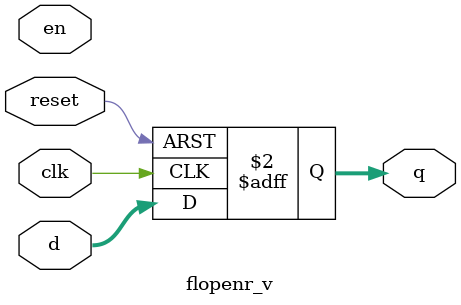
<source format=v>
`timescale 1ns / 1ps
module flopenr_v(clk, reset, en, d, q);
parameter WIDTH = 8;

input wire clk;
input wire reset;
input wire en;
input wire [WIDTH-1:0] d;
output reg [WIDTH-1:0] q;

always@(posedge clk, posedge reset) begin
	if(reset) q <= 0;
	else q <= d;
end

endmodule

</source>
